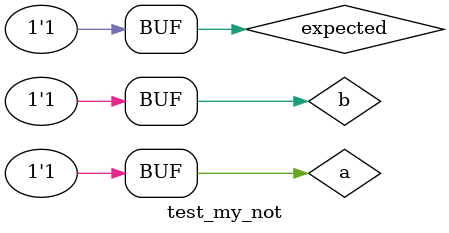
<source format=v>
`include "my_and.v"

module test_my_not();
   reg a;
   reg b;
   reg expected;
   
   wire c;

   my_and  u1(c, a, b);

   initial 
     begin
	a = 0;
	b = 0;
	expected = 0;

	#1 a = 0;
	b = 1;
	expected = 0;
	
	#1 a = 1;
	b = 0;
	expected = 0;
	
	#1 a = 1;
	b = 1;
	expected = 1;
     end

   initial
     $monitor("my_and %d %b %b (%b %b)", $time, a, b, c, expected);
   
endmodule

</source>
